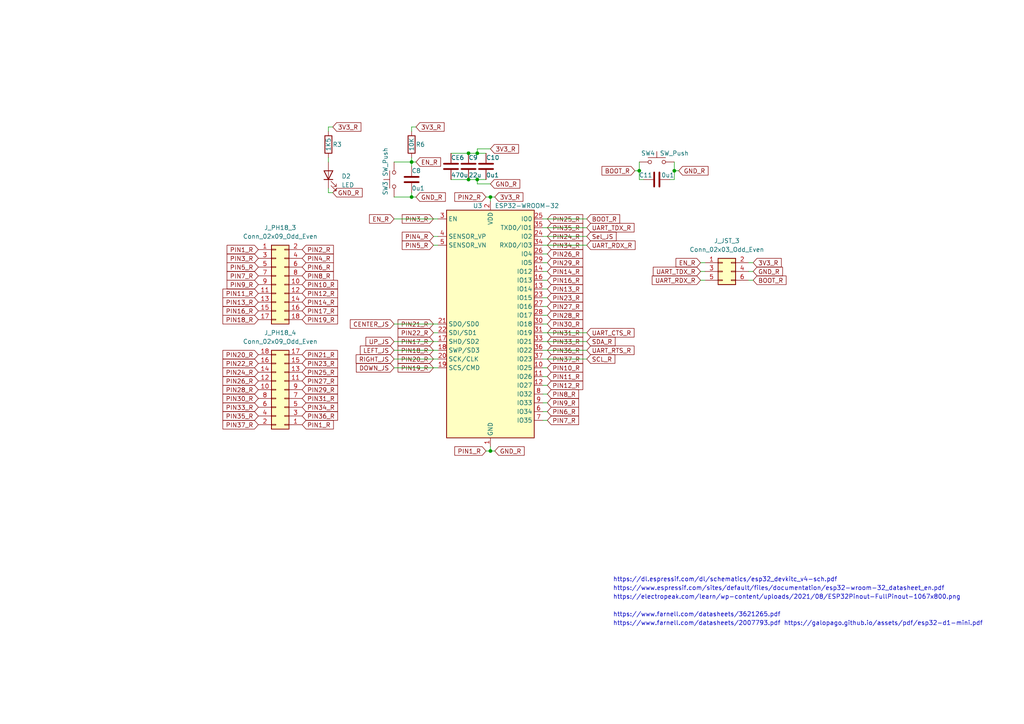
<source format=kicad_sch>
(kicad_sch (version 20211123) (generator eeschema)
  (paper "A4")
  (lib_symbols
    (symbol "Connector_Generic:Conn_02x03_Odd_Even" (pin_names (offset 1.016) hide)
      (property "Reference" "J" (at 1.27 5.08 0))
      (property "Value" "Conn_02x03_Odd_Even" (at 1.27 -5.08 0))
      (symbol "Conn_02x03_Odd_Even_1_1"
        (rectangle (start -1.27 -2.413) (end 0 -2.667) (stroke (width 0.1524)))
        (rectangle (start -1.27 0.127) (end 0 -0.127) (stroke (width 0.1524)))
        (rectangle (start -1.27 2.667) (end 0 2.413) (stroke (width 0.1524)))
        (rectangle (start -1.27 3.81) (end 3.81 -3.81) (stroke (width 0.254)) (fill (type background)))
        (rectangle (start 3.81 -2.413) (end 2.54 -2.667) (stroke (width 0.1524)))
        (rectangle (start 3.81 0.127) (end 2.54 -0.127) (stroke (width 0.1524)))
        (rectangle (start 3.81 2.667) (end 2.54 2.413) (stroke (width 0.1524)))
        (pin passive line (at -5.08 2.54 0) (length 3.81) (name "Pin_1") (number "1"))
        (pin passive line (at 7.62 2.54 180) (length 3.81) (name "Pin_2") (number "2"))
        (pin passive line (at -5.08 0 0) (length 3.81) (name "Pin_3") (number "3"))
        (pin passive line (at 7.62 0 180) (length 3.81) (name "Pin_4") (number "4"))
        (pin passive line (at -5.08 -2.54 0) (length 3.81) (name "Pin_5") (number "5"))
        (pin passive line (at 7.62 -2.54 180) (length 3.81) (name "Pin_6") (number "6"))
      )
    )
    (symbol "Connector_Generic:Conn_02x09_Odd_Even" (pin_names (offset 1.016) hide)
      (property "Reference" "J" (at 1.27 12.7 0))
      (property "Value" "Conn_02x09_Odd_Even" (at 1.27 -12.7 0))
      (symbol "Conn_02x09_Odd_Even_1_1"
        (rectangle (start -1.27 -10.033) (end 0 -10.287) (stroke (width 0.1524)))
        (rectangle (start -1.27 -7.493) (end 0 -7.747) (stroke (width 0.1524)))
        (rectangle (start -1.27 -4.953) (end 0 -5.207) (stroke (width 0.1524)))
        (rectangle (start -1.27 -2.413) (end 0 -2.667) (stroke (width 0.1524)))
        (rectangle (start -1.27 0.127) (end 0 -0.127) (stroke (width 0.1524)))
        (rectangle (start -1.27 2.667) (end 0 2.413) (stroke (width 0.1524)))
        (rectangle (start -1.27 5.207) (end 0 4.953) (stroke (width 0.1524)))
        (rectangle (start -1.27 7.747) (end 0 7.493) (stroke (width 0.1524)))
        (rectangle (start -1.27 10.287) (end 0 10.033) (stroke (width 0.1524)))
        (rectangle (start -1.27 11.43) (end 3.81 -11.43) (stroke (width 0.254)) (fill (type background)))
        (rectangle (start 3.81 -10.033) (end 2.54 -10.287) (stroke (width 0.1524)))
        (rectangle (start 3.81 -7.493) (end 2.54 -7.747) (stroke (width 0.1524)))
        (rectangle (start 3.81 -4.953) (end 2.54 -5.207) (stroke (width 0.1524)))
        (rectangle (start 3.81 -2.413) (end 2.54 -2.667) (stroke (width 0.1524)))
        (rectangle (start 3.81 0.127) (end 2.54 -0.127) (stroke (width 0.1524)))
        (rectangle (start 3.81 2.667) (end 2.54 2.413) (stroke (width 0.1524)))
        (rectangle (start 3.81 5.207) (end 2.54 4.953) (stroke (width 0.1524)))
        (rectangle (start 3.81 7.747) (end 2.54 7.493) (stroke (width 0.1524)))
        (rectangle (start 3.81 10.287) (end 2.54 10.033) (stroke (width 0.1524)))
        (pin passive line (at -5.08 10.16 0) (length 3.81) (name "Pin_1") (number "1"))
        (pin passive line (at 7.62 0 180) (length 3.81) (name "Pin_10") (number "10"))
        (pin passive line (at -5.08 -2.54 0) (length 3.81) (name "Pin_11") (number "11"))
        (pin passive line (at 7.62 -2.54 180) (length 3.81) (name "Pin_12") (number "12"))
        (pin passive line (at -5.08 -5.08 0) (length 3.81) (name "Pin_13") (number "13"))
        (pin passive line (at 7.62 -5.08 180) (length 3.81) (name "Pin_14") (number "14"))
        (pin passive line (at -5.08 -7.62 0) (length 3.81) (name "Pin_15") (number "15"))
        (pin passive line (at 7.62 -7.62 180) (length 3.81) (name "Pin_16") (number "16"))
        (pin passive line (at -5.08 -10.16 0) (length 3.81) (name "Pin_17") (number "17"))
        (pin passive line (at 7.62 -10.16 180) (length 3.81) (name "Pin_18") (number "18"))
        (pin passive line (at 7.62 10.16 180) (length 3.81) (name "Pin_2") (number "2"))
        (pin passive line (at -5.08 7.62 0) (length 3.81) (name "Pin_3") (number "3"))
        (pin passive line (at 7.62 7.62 180) (length 3.81) (name "Pin_4") (number "4"))
        (pin passive line (at -5.08 5.08 0) (length 3.81) (name "Pin_5") (number "5"))
        (pin passive line (at 7.62 5.08 180) (length 3.81) (name "Pin_6") (number "6"))
        (pin passive line (at -5.08 2.54 0) (length 3.81) (name "Pin_7") (number "7"))
        (pin passive line (at 7.62 2.54 180) (length 3.81) (name "Pin_8") (number "8"))
        (pin passive line (at -5.08 0 0) (length 3.81) (name "Pin_9") (number "9"))
      )
    )
    (symbol "Device:C" (pin_numbers hide) (pin_names (offset 0.254))
      (property "Reference" "C" (at 0.635 2.54 0))
      (property "Value" "C" (at 0.635 -2.54 0))
      (symbol "C_0_1"
        (polyline (pts (xy -2.032 -0.762) (xy 2.032 -0.762)) (stroke (width 0.508)))
        (polyline (pts (xy -2.032 0.762) (xy 2.032 0.762)) (stroke (width 0.508)))
      )
      (symbol "C_1_1"
        (pin passive line (at 0 3.81 270) (length 2.794) (name "~") (number "1"))
        (pin passive line (at 0 -3.81 90) (length 2.794) (name "~") (number "2"))
      )
    )
    (symbol "Device:LED" (pin_numbers hide) (pin_names (offset 1.016) hide)
      (property "Reference" "D" (at 0 2.54 0))
      (property "Value" "LED" (at 0 -2.54 0))
      (symbol "LED_0_1"
        (polyline (pts (xy -1.27 -1.27) (xy -1.27 1.27)) (stroke (width 0.254)))
        (polyline (pts (xy -1.27 0) (xy 1.27 0)))
        (polyline (pts (xy 1.27 -1.27) (xy 1.27 1.27) (xy -1.27 0) (xy 1.27 -1.27)) (stroke (width 0.254)))
        (polyline (pts (xy -3.048 -0.762) (xy -4.572 -2.286) (xy -3.81 -2.286) (xy -4.572 -2.286) (xy -4.572 -1.524)))
        (polyline (pts (xy -1.778 -0.762) (xy -3.302 -2.286) (xy -2.54 -2.286) (xy -3.302 -2.286) (xy -3.302 -1.524)))
      )
      (symbol "LED_1_1"
        (pin passive line (at -3.81 0 0) (length 2.54) (name "K") (number "1"))
        (pin passive line (at 3.81 0 180) (length 2.54) (name "A") (number "2"))
      )
    )
    (symbol "Device:R" (pin_numbers hide) (pin_names (offset 0))
      (property "Reference" "R" (at 2.032 0 90))
      (property "Value" "R" (at 0 0 90))
      (symbol "R_0_1"
        (rectangle (start -1.016 -2.54) (end 1.016 2.54) (stroke (width 0.254)))
      )
      (symbol "R_1_1"
        (pin passive line (at 0 3.81 270) (length 1.27) (name "~") (number "1"))
        (pin passive line (at 0 -3.81 90) (length 1.27) (name "~") (number "2"))
      )
    )
    (symbol "RF_Module:ESP32-WROOM-32"
      (property "Reference" "U" (at -12.7 34.29 0))
      (property "Value" "ESP32-WROOM-32" (at 1.27 34.29 0))
      (symbol "ESP32-WROOM-32_0_1"
        (rectangle (start -12.7 33.02) (end 12.7 -33.02) (stroke (width 0.254)) (fill (type background)))
      )
      (symbol "ESP32-WROOM-32_1_1"
        (pin power_in line (at 0 -35.56 90) (length 2.54) (name "GND") (number "1"))
        (pin bidirectional line (at 15.24 -12.7 180) (length 2.54) (name "IO25") (number "10"))
        (pin bidirectional line (at 15.24 -15.24 180) (length 2.54) (name "IO26") (number "11"))
        (pin bidirectional line (at 15.24 -17.78 180) (length 2.54) (name "IO27") (number "12"))
        (pin bidirectional line (at 15.24 10.16 180) (length 2.54) (name "IO14") (number "13"))
        (pin bidirectional line (at 15.24 15.24 180) (length 2.54) (name "IO12") (number "14"))
        (pin passive line (at 0 -35.56 90) (length 2.54) hide (name "GND") (number "15"))
        (pin bidirectional line (at 15.24 12.7 180) (length 2.54) (name "IO13") (number "16"))
        (pin bidirectional line (at -15.24 -5.08 0) (length 2.54) (name "SHD/SD2") (number "17"))
        (pin bidirectional line (at -15.24 -7.62 0) (length 2.54) (name "SWP/SD3") (number "18"))
        (pin bidirectional line (at -15.24 -12.7 0) (length 2.54) (name "SCS/CMD") (number "19"))
        (pin power_in line (at 0 35.56 270) (length 2.54) (name "VDD") (number "2"))
        (pin bidirectional line (at -15.24 -10.16 0) (length 2.54) (name "SCK/CLK") (number "20"))
        (pin bidirectional line (at -15.24 0 0) (length 2.54) (name "SDO/SD0") (number "21"))
        (pin bidirectional line (at -15.24 -2.54 0) (length 2.54) (name "SDI/SD1") (number "22"))
        (pin bidirectional line (at 15.24 7.62 180) (length 2.54) (name "IO15") (number "23"))
        (pin bidirectional line (at 15.24 25.4 180) (length 2.54) (name "IO2") (number "24"))
        (pin bidirectional line (at 15.24 30.48 180) (length 2.54) (name "IO0") (number "25"))
        (pin bidirectional line (at 15.24 20.32 180) (length 2.54) (name "IO4") (number "26"))
        (pin bidirectional line (at 15.24 5.08 180) (length 2.54) (name "IO16") (number "27"))
        (pin bidirectional line (at 15.24 2.54 180) (length 2.54) (name "IO17") (number "28"))
        (pin bidirectional line (at 15.24 17.78 180) (length 2.54) (name "IO5") (number "29"))
        (pin input line (at -15.24 30.48 0) (length 2.54) (name "EN") (number "3"))
        (pin bidirectional line (at 15.24 0 180) (length 2.54) (name "IO18") (number "30"))
        (pin bidirectional line (at 15.24 -2.54 180) (length 2.54) (name "IO19") (number "31"))
        (pin no_connect line (at -12.7 -27.94 0) (length 2.54) hide (name "NC") (number "32"))
        (pin bidirectional line (at 15.24 -5.08 180) (length 2.54) (name "IO21") (number "33"))
        (pin bidirectional line (at 15.24 22.86 180) (length 2.54) (name "RXD0/IO3") (number "34"))
        (pin bidirectional line (at 15.24 27.94 180) (length 2.54) (name "TXD0/IO1") (number "35"))
        (pin bidirectional line (at 15.24 -7.62 180) (length 2.54) (name "IO22") (number "36"))
        (pin bidirectional line (at 15.24 -10.16 180) (length 2.54) (name "IO23") (number "37"))
        (pin passive line (at 0 -35.56 90) (length 2.54) hide (name "GND") (number "38"))
        (pin passive line (at 0 -35.56 90) (length 2.54) hide (name "GND") (number "39"))
        (pin input line (at -15.24 25.4 0) (length 2.54) (name "SENSOR_VP") (number "4"))
        (pin input line (at -15.24 22.86 0) (length 2.54) (name "SENSOR_VN") (number "5"))
        (pin input line (at 15.24 -25.4 180) (length 2.54) (name "IO34") (number "6"))
        (pin input line (at 15.24 -27.94 180) (length 2.54) (name "IO35") (number "7"))
        (pin bidirectional line (at 15.24 -20.32 180) (length 2.54) (name "IO32") (number "8"))
        (pin bidirectional line (at 15.24 -22.86 180) (length 2.54) (name "IO33") (number "9"))
      )
    )
    (symbol "Switch:SW_Push" (pin_numbers hide) (pin_names (offset 1.016) hide)
      (property "Reference" "SW" (at 1.27 2.54 0))
      (property "Value" "SW_Push" (at 0 -1.524 0))
      (symbol "SW_Push_0_1"
        (circle (center -2.032 0) (radius 0.508))
        (polyline (pts (xy 0 1.27) (xy 0 3.048)))
        (polyline (pts (xy 2.54 1.27) (xy -2.54 1.27)))
        (circle (center 2.032 0) (radius 0.508))
        (pin passive line (at -5.08 0 0) (length 2.54) (name "1") (number "1"))
        (pin passive line (at 5.08 0 180) (length 2.54) (name "2") (number "2"))
      )
    )
  )
  (junction (at 119.38 46.99))
  (junction (at 195.58 49.53))
  (junction (at 138.43 52.07))
  (junction (at 119.38 57.15))
  (junction (at 135.89 44.45))
  (junction (at 142.24 57.15))
  (junction (at 185.42 49.53))
  (junction (at 138.43 44.45))
  (junction (at 142.24 130.81))
  (junction (at 135.89 52.07))
  (wire (pts (xy 157.48 121.92) (xy 158.75 121.92)))
  (wire (pts (xy 157.48 96.52) (xy 170.18 96.52)))
  (wire (pts (xy 138.43 44.45) (xy 140.97 44.45)))
  (wire (pts (xy 114.3 57.15) (xy 119.38 57.15)))
  (wire (pts (xy 185.42 49.53) (xy 185.42 52.07)))
  (wire (pts (xy 114.3 106.68) (xy 127 106.68)))
  (wire (pts (xy 157.48 68.58) (xy 170.18 68.58)))
  (wire (pts (xy 194.31 52.07) (xy 195.58 52.07)))
  (wire (pts (xy 140.97 130.81) (xy 142.24 130.81)))
  (wire (pts (xy 203.2 76.2) (xy 204.47 76.2)))
  (wire (pts (xy 157.48 66.04) (xy 170.18 66.04)))
  (wire (pts (xy 125.73 96.52) (xy 127 96.52)))
  (wire (pts (xy 157.48 81.28) (xy 158.75 81.28)))
  (wire (pts (xy 157.48 104.14) (xy 170.18 104.14)))
  (wire (pts (xy 157.48 101.6) (xy 170.18 101.6)))
  (wire (pts (xy 157.48 88.9) (xy 158.75 88.9)))
  (wire (pts (xy 142.24 53.34) (xy 138.43 53.34)))
  (wire (pts (xy 195.58 49.53) (xy 196.85 49.53)))
  (wire (pts (xy 142.24 130.81) (xy 143.51 130.81)))
  (wire (pts (xy 184.15 49.53) (xy 185.42 49.53)))
  (wire (pts (xy 119.38 57.15) (xy 120.65 57.15)))
  (wire (pts (xy 157.48 83.82) (xy 158.75 83.82)))
  (wire (pts (xy 96.52 36.83) (xy 95.25 36.83)))
  (wire (pts (xy 114.3 46.99) (xy 119.38 46.99)))
  (wire (pts (xy 195.58 49.53) (xy 195.58 52.07)))
  (wire (pts (xy 125.73 68.58) (xy 127 68.58)))
  (wire (pts (xy 119.38 45.72) (xy 119.38 46.99)))
  (wire (pts (xy 203.2 78.74) (xy 204.47 78.74)))
  (wire (pts (xy 142.24 130.81) (xy 142.24 129.54)))
  (wire (pts (xy 142.24 43.18) (xy 138.43 43.18)))
  (wire (pts (xy 135.89 44.45) (xy 138.43 44.45)))
  (wire (pts (xy 138.43 52.07) (xy 138.43 53.34)))
  (wire (pts (xy 138.43 52.07) (xy 140.97 52.07)))
  (wire (pts (xy 157.48 76.2) (xy 158.75 76.2)))
  (wire (pts (xy 157.48 114.3) (xy 158.75 114.3)))
  (wire (pts (xy 119.38 36.83) (xy 120.65 36.83)))
  (wire (pts (xy 95.25 36.83) (xy 95.25 38.1)))
  (wire (pts (xy 157.48 116.84) (xy 158.75 116.84)))
  (wire (pts (xy 157.48 93.98) (xy 158.75 93.98)))
  (wire (pts (xy 157.48 109.22) (xy 158.75 109.22)))
  (wire (pts (xy 114.3 63.5) (xy 127 63.5)))
  (wire (pts (xy 157.48 78.74) (xy 158.75 78.74)))
  (wire (pts (xy 135.89 52.07) (xy 138.43 52.07)))
  (wire (pts (xy 186.69 52.07) (xy 185.42 52.07)))
  (wire (pts (xy 119.38 55.88) (xy 119.38 57.15)))
  (wire (pts (xy 157.48 111.76) (xy 158.75 111.76)))
  (wire (pts (xy 95.25 45.72) (xy 95.25 46.99)))
  (wire (pts (xy 125.73 71.12) (xy 127 71.12)))
  (wire (pts (xy 157.48 71.12) (xy 170.18 71.12)))
  (wire (pts (xy 130.81 52.07) (xy 135.89 52.07)))
  (wire (pts (xy 95.25 54.61) (xy 95.25 55.88)))
  (wire (pts (xy 138.43 43.18) (xy 138.43 44.45)))
  (wire (pts (xy 195.58 46.99) (xy 195.58 49.53)))
  (wire (pts (xy 157.48 106.68) (xy 158.75 106.68)))
  (wire (pts (xy 217.17 78.74) (xy 218.44 78.74)))
  (wire (pts (xy 140.97 57.15) (xy 142.24 57.15)))
  (wire (pts (xy 114.3 93.98) (xy 127 93.98)))
  (wire (pts (xy 157.48 63.5) (xy 170.18 63.5)))
  (wire (pts (xy 114.3 104.14) (xy 127 104.14)))
  (wire (pts (xy 217.17 76.2) (xy 218.44 76.2)))
  (wire (pts (xy 119.38 46.99) (xy 119.38 48.26)))
  (wire (pts (xy 119.38 46.99) (xy 120.65 46.99)))
  (wire (pts (xy 157.48 91.44) (xy 158.75 91.44)))
  (wire (pts (xy 157.48 86.36) (xy 158.75 86.36)))
  (wire (pts (xy 217.17 81.28) (xy 218.44 81.28)))
  (wire (pts (xy 142.24 57.15) (xy 142.24 58.42)))
  (wire (pts (xy 130.81 44.45) (xy 135.89 44.45)))
  (wire (pts (xy 114.3 101.6) (xy 127 101.6)))
  (wire (pts (xy 157.48 73.66) (xy 158.75 73.66)))
  (wire (pts (xy 114.3 99.06) (xy 127 99.06)))
  (wire (pts (xy 157.48 119.38) (xy 158.75 119.38)))
  (wire (pts (xy 142.24 57.15) (xy 143.51 57.15)))
  (wire (pts (xy 95.25 55.88) (xy 96.52 55.88)))
  (wire (pts (xy 157.48 99.06) (xy 170.18 99.06)))
  (wire (pts (xy 119.38 38.1) (xy 119.38 36.83)))
  (wire (pts (xy 185.42 46.99) (xy 185.42 49.53)))
  (wire (pts (xy 203.2 81.28) (xy 204.47 81.28)))
  (text "https://electropeak.com/learn/wp-content/uploads/2021/08/ESP32Pinout-FullPinout-1067x800.png" (at 177.8 173.99 0) (effects (font (size 1.27 1.27)) (justify left bottom)))
  (text "https://www.espressif.com/sites/default/files/documentation/esp32-wroom-32_datasheet_en.pdf" (at 177.8 171.45 0) (effects (font (size 1.27 1.27)) (justify left bottom)))
  (text "https://www.farnell.com/datasheets/2007793.pdf" (at 177.8 181.61 0) (effects (font (size 1.27 1.27)) (justify left bottom)))
  (text "https://dl.espressif.com/dl/schematics/esp32_devkitc_v4-sch.pdf" (at 177.8 168.91 0) (effects (font (size 1.27 1.27)) (justify left bottom)))
  (text "https://www.farnell.com/datasheets/3621265.pdf" (at 177.8 179.07 0) (effects (font (size 1.27 1.27)) (justify left bottom)))
  (text "https://galopago.github.io/assets/pdf/esp32-d1-mini.pdf" (at 227.33 181.61 0) (effects (font (size 1.27 1.27)) (justify left bottom)))
  (global_label "PIN1_R" (shape input) (at 87.63 123.19 0) (property "Intersheet References" "${INTERSHEET_REFS}" (effects hide)))
  (global_label "PIN13_R" (shape input) (at 74.93 87.63 180) (property "Intersheet References" "${INTERSHEET_REFS}" (effects hide)))
  (global_label "PIN21_R" (shape input) (at 87.63 102.87 0) (property "Intersheet References" "${INTERSHEET_REFS}" (effects hide)))
  (global_label "PIN36_R" (shape input) (at 158.75 101.6 0) (property "Intersheet References" "${INTERSHEET_REFS}" (effects hide)))
  (global_label "PIN26_R" (shape input) (at 74.93 110.49 180) (property "Intersheet References" "${INTERSHEET_REFS}" (effects hide)))
  (global_label "PIN17_R" (shape input) (at 87.63 90.17 0) (property "Intersheet References" "${INTERSHEET_REFS}" (effects hide)))
  (global_label "GND_R" (shape input) (at 218.44 78.74 0) (property "Intersheet References" "${INTERSHEET_REFS}" (effects hide)))
  (global_label "PIN25_R" (shape input) (at 158.75 63.5 0) (property "Intersheet References" "${INTERSHEET_REFS}" (effects hide)))
  (global_label "PIN2_R" (shape input) (at 140.97 57.15 180) (property "Intersheet References" "${INTERSHEET_REFS}" (effects hide)))
  (global_label "PIN4_R" (shape input) (at 87.63 74.93 0) (property "Intersheet References" "${INTERSHEET_REFS}" (effects hide)))
  (global_label "PIN10_R" (shape input) (at 158.75 106.68 0) (property "Intersheet References" "${INTERSHEET_REFS}" (effects hide)))
  (global_label "PIN26_R" (shape input) (at 158.75 73.66 0) (property "Intersheet References" "${INTERSHEET_REFS}" (effects hide)))
  (global_label "PIN9_R" (shape input) (at 158.75 116.84 0) (property "Intersheet References" "${INTERSHEET_REFS}" (effects hide)))
  (global_label "PIN9_R" (shape input) (at 74.93 82.55 180) (property "Intersheet References" "${INTERSHEET_REFS}" (effects hide)))
  (global_label "GND_R" (shape input) (at 96.52 55.88 0) (property "Intersheet References" "${INTERSHEET_REFS}" (effects hide)))
  (global_label "PIN13_R" (shape input) (at 158.75 83.82 0) (property "Intersheet References" "${INTERSHEET_REFS}" (effects hide)))
  (global_label "UP_JS" (shape input) (at 114.3 99.06 180) (property "Intersheet References" "${INTERSHEET_REFS}" (effects hide)))
  (global_label "SCL_R" (shape input) (at 170.18 104.14 0) (property "Intersheet References" "${INTERSHEET_REFS}" (effects hide)))
  (global_label "BOOT_R" (shape input) (at 218.44 81.28 0) (property "Intersheet References" "${INTERSHEET_REFS}" (effects hide)))
  (global_label "PIN33_R" (shape input) (at 158.75 99.06 0) (property "Intersheet References" "${INTERSHEET_REFS}" (effects hide)))
  (global_label "UART_TDX_R" (shape input) (at 203.2 78.74 180) (property "Intersheet References" "${INTERSHEET_REFS}" (effects hide)))
  (global_label "PIN16_R" (shape input) (at 158.75 81.28 0) (property "Intersheet References" "${INTERSHEET_REFS}" (effects hide)))
  (global_label "PIN19_R" (shape input) (at 87.63 92.71 0) (property "Intersheet References" "${INTERSHEET_REFS}" (effects hide)))
  (global_label "PIN7_R" (shape input) (at 158.75 121.92 0) (property "Intersheet References" "${INTERSHEET_REFS}" (effects hide)))
  (global_label "3V3_R" (shape input) (at 96.52 36.83 0) (property "Intersheet References" "${INTERSHEET_REFS}" (effects hide)))
  (global_label "BOOT_R" (shape input) (at 170.18 63.5 0) (property "Intersheet References" "${INTERSHEET_REFS}" (effects hide)))
  (global_label "LEFT_JS" (shape input) (at 114.3 101.6 180) (property "Intersheet References" "${INTERSHEET_REFS}" (effects hide)))
  (global_label "EN_R" (shape input) (at 120.65 46.99 0) (property "Intersheet References" "${INTERSHEET_REFS}" (effects hide)))
  (global_label "UART_RDX_R" (shape input) (at 203.2 81.28 180) (property "Intersheet References" "${INTERSHEET_REFS}" (effects hide)))
  (global_label "PIN34_R" (shape input) (at 158.75 71.12 0) (property "Intersheet References" "${INTERSHEET_REFS}" (effects hide)))
  (global_label "UART_CTS_R" (shape input) (at 170.18 96.52 0) (property "Intersheet References" "${INTERSHEET_REFS}" (effects hide)))
  (global_label "PIN37_R" (shape input) (at 74.93 123.19 180) (property "Intersheet References" "${INTERSHEET_REFS}" (effects hide)))
  (global_label "PIN36_R" (shape input) (at 87.63 120.65 0) (property "Intersheet References" "${INTERSHEET_REFS}" (effects hide)))
  (global_label "GND_R" (shape input) (at 196.85 49.53 0) (property "Intersheet References" "${INTERSHEET_REFS}" (effects hide)))
  (global_label "PIN1_R" (shape input) (at 140.97 130.81 180) (property "Intersheet References" "${INTERSHEET_REFS}" (effects hide)))
  (global_label "PIN3_R" (shape input) (at 74.93 74.93 180) (property "Intersheet References" "${INTERSHEET_REFS}" (effects hide)))
  (global_label "PIN37_R" (shape input) (at 158.75 104.14 0) (property "Intersheet References" "${INTERSHEET_REFS}" (effects hide)))
  (global_label "PIN17_R" (shape input) (at 125.73 99.06 180) (property "Intersheet References" "${INTERSHEET_REFS}" (effects hide)))
  (global_label "PIN14_R" (shape input) (at 158.75 78.74 0) (property "Intersheet References" "${INTERSHEET_REFS}" (effects hide)))
  (global_label "PIN11_R" (shape input) (at 74.93 85.09 180) (property "Intersheet References" "${INTERSHEET_REFS}" (effects hide)))
  (global_label "PIN16_R" (shape input) (at 74.93 90.17 180) (property "Intersheet References" "${INTERSHEET_REFS}" (effects hide)))
  (global_label "PIN5_R" (shape input) (at 125.73 71.12 180) (property "Intersheet References" "${INTERSHEET_REFS}" (effects hide)))
  (global_label "PIN22_R" (shape input) (at 74.93 105.41 180) (property "Intersheet References" "${INTERSHEET_REFS}" (effects hide)))
  (global_label "PIN27_R" (shape input) (at 87.63 110.49 0) (property "Intersheet References" "${INTERSHEET_REFS}" (effects hide)))
  (global_label "UART_RTS_R" (shape input) (at 170.18 101.6 0) (property "Intersheet References" "${INTERSHEET_REFS}" (effects hide)))
  (global_label "PIN28_R" (shape input) (at 158.75 91.44 0) (property "Intersheet References" "${INTERSHEET_REFS}" (effects hide)))
  (global_label "PIN20_R" (shape input) (at 74.93 102.87 180) (property "Intersheet References" "${INTERSHEET_REFS}" (effects hide)))
  (global_label "PIN11_R" (shape input) (at 158.75 109.22 0) (property "Intersheet References" "${INTERSHEET_REFS}" (effects hide)))
  (global_label "PIN27_R" (shape input) (at 158.75 88.9 0) (property "Intersheet References" "${INTERSHEET_REFS}" (effects hide)))
  (global_label "PIN20_R" (shape input) (at 125.73 104.14 180) (property "Intersheet References" "${INTERSHEET_REFS}" (effects hide)))
  (global_label "PIN7_R" (shape input) (at 74.93 80.01 180) (property "Intersheet References" "${INTERSHEET_REFS}" (effects hide)))
  (global_label "PIN6_R" (shape input) (at 87.63 77.47 0) (property "Intersheet References" "${INTERSHEET_REFS}" (effects hide)))
  (global_label "PIN4_R" (shape input) (at 125.73 68.58 180) (property "Intersheet References" "${INTERSHEET_REFS}" (effects hide)))
  (global_label "PIN5_R" (shape input) (at 74.93 77.47 180) (property "Intersheet References" "${INTERSHEET_REFS}" (effects hide)))
  (global_label "PIN6_R" (shape input) (at 158.75 119.38 0) (property "Intersheet References" "${INTERSHEET_REFS}" (effects hide)))
  (global_label "PIN28_R" (shape input) (at 74.93 113.03 180) (property "Intersheet References" "${INTERSHEET_REFS}" (effects hide)))
  (global_label "PIN22_R" (shape input) (at 125.73 96.52 180) (property "Intersheet References" "${INTERSHEET_REFS}" (effects hide)))
  (global_label "PIN18_R" (shape input) (at 74.93 92.71 180) (property "Intersheet References" "${INTERSHEET_REFS}" (effects hide)))
  (global_label "PIN24_R" (shape input) (at 74.93 107.95 180) (property "Intersheet References" "${INTERSHEET_REFS}" (effects hide)))
  (global_label "PIN31_R" (shape input) (at 158.75 96.52 0) (property "Intersheet References" "${INTERSHEET_REFS}" (effects hide)))
  (global_label "PIN23_R" (shape input) (at 87.63 105.41 0) (property "Intersheet References" "${INTERSHEET_REFS}" (effects hide)))
  (global_label "PIN14_R" (shape input) (at 87.63 87.63 0) (property "Intersheet References" "${INTERSHEET_REFS}" (effects hide)))
  (global_label "CENTER_JS" (shape input) (at 114.3 93.98 180) (property "Intersheet References" "${INTERSHEET_REFS}" (effects hide)))
  (global_label "RIGHT_JS" (shape input) (at 114.3 104.14 180) (property "Intersheet References" "${INTERSHEET_REFS}" (effects hide)))
  (global_label "PIN35_R" (shape input) (at 158.75 66.04 0) (property "Intersheet References" "${INTERSHEET_REFS}" (effects hide)))
  (global_label "PIN30_R" (shape input) (at 74.93 115.57 180) (property "Intersheet References" "${INTERSHEET_REFS}" (effects hide)))
  (global_label "PIN34_R" (shape input) (at 87.63 118.11 0) (property "Intersheet References" "${INTERSHEET_REFS}" (effects hide)))
  (global_label "PIN25_R" (shape input) (at 87.63 107.95 0) (property "Intersheet References" "${INTERSHEET_REFS}" (effects hide)))
  (global_label "EN_R" (shape input) (at 203.2 76.2 180) (property "Intersheet References" "${INTERSHEET_REFS}" (effects hide)))
  (global_label "3V3_R" (shape input) (at 142.24 43.18 0) (property "Intersheet References" "${INTERSHEET_REFS}" (effects hide)))
  (global_label "3V3_R" (shape input) (at 120.65 36.83 0) (property "Intersheet References" "${INTERSHEET_REFS}" (effects hide)))
  (global_label "PIN12_R" (shape input) (at 158.75 111.76 0) (property "Intersheet References" "${INTERSHEET_REFS}" (effects hide)))
  (global_label "GND_R" (shape input) (at 120.65 57.15 0) (property "Intersheet References" "${INTERSHEET_REFS}" (effects hide)))
  (global_label "Sel_JS" (shape input) (at 170.18 68.58 0) (property "Intersheet References" "${INTERSHEET_REFS}" (effects hide)))
  (global_label "PIN24_R" (shape input) (at 158.75 68.58 0) (property "Intersheet References" "${INTERSHEET_REFS}" (effects hide)))
  (global_label "PIN23_R" (shape input) (at 158.75 86.36 0) (property "Intersheet References" "${INTERSHEET_REFS}" (effects hide)))
  (global_label "UART_TDX_R" (shape input) (at 170.18 66.04 0) (property "Intersheet References" "${INTERSHEET_REFS}" (effects hide)))
  (global_label "UART_RDX_R" (shape input) (at 170.18 71.12 0) (property "Intersheet References" "${INTERSHEET_REFS}" (effects hide)))
  (global_label "PIN12_R" (shape input) (at 87.63 85.09 0) (property "Intersheet References" "${INTERSHEET_REFS}" (effects hide)))
  (global_label "PIN33_R" (shape input) (at 74.93 118.11 180) (property "Intersheet References" "${INTERSHEET_REFS}" (effects hide)))
  (global_label "3V3_R" (shape input) (at 218.44 76.2 0) (property "Intersheet References" "${INTERSHEET_REFS}" (effects hide)))
  (global_label "GND_R" (shape input) (at 143.51 130.81 0) (property "Intersheet References" "${INTERSHEET_REFS}" (effects hide)))
  (global_label "PIN1_R" (shape input) (at 74.93 72.39 180) (property "Intersheet References" "${INTERSHEET_REFS}" (effects hide)))
  (global_label "PIN35_R" (shape input) (at 74.93 120.65 180) (property "Intersheet References" "${INTERSHEET_REFS}" (effects hide)))
  (global_label "GND_R" (shape input) (at 142.24 53.34 0) (property "Intersheet References" "${INTERSHEET_REFS}" (effects hide)))
  (global_label "PIN29_R" (shape input) (at 158.75 76.2 0) (property "Intersheet References" "${INTERSHEET_REFS}" (effects hide)))
  (global_label "BOOT_R" (shape input) (at 184.15 49.53 180) (property "Intersheet References" "${INTERSHEET_REFS}" (effects hide)))
  (global_label "PIN18_R" (shape input) (at 125.73 101.6 180) (property "Intersheet References" "${INTERSHEET_REFS}" (effects hide)))
  (global_label "EN_R" (shape input) (at 114.3 63.5 180) (property "Intersheet References" "${INTERSHEET_REFS}" (effects hide)))
  (global_label "3V3_R" (shape input) (at 143.51 57.15 0) (property "Intersheet References" "${INTERSHEET_REFS}" (effects hide)))
  (global_label "DOWN_JS" (shape input) (at 114.3 106.68 180) (property "Intersheet References" "${INTERSHEET_REFS}" (effects hide)))
  (global_label "PIN8_R" (shape input) (at 87.63 80.01 0) (property "Intersheet References" "${INTERSHEET_REFS}" (effects hide)))
  (global_label "PIN19_R" (shape input) (at 125.73 106.68 180) (property "Intersheet References" "${INTERSHEET_REFS}" (effects hide)))
  (global_label "PIN29_R" (shape input) (at 87.63 113.03 0) (property "Intersheet References" "${INTERSHEET_REFS}" (effects hide)))
  (global_label "SDA_R" (shape input) (at 170.18 99.06 0) (property "Intersheet References" "${INTERSHEET_REFS}" (effects hide)))
  (global_label "PIN30_R" (shape input) (at 158.75 93.98 0) (property "Intersheet References" "${INTERSHEET_REFS}" (effects hide)))
  (global_label "PIN3_R" (shape input) (at 125.73 63.5 180) (property "Intersheet References" "${INTERSHEET_REFS}" (effects hide)))
  (global_label "PIN10_R" (shape input) (at 87.63 82.55 0) (property "Intersheet References" "${INTERSHEET_REFS}" (effects hide)))
  (global_label "PIN21_R" (shape input) (at 125.73 93.98 180) (property "Intersheet References" "${INTERSHEET_REFS}" (effects hide)))
  (global_label "PIN2_R" (shape input) (at 87.63 72.39 0) (property "Intersheet References" "${INTERSHEET_REFS}" (effects hide)))
  (global_label "PIN8_R" (shape input) (at 158.75 114.3 0) (property "Intersheet References" "${INTERSHEET_REFS}" (effects hide)))
  (global_label "PIN31_R" (shape input) (at 87.63 115.57 0) (property "Intersheet References" "${INTERSHEET_REFS}" (effects hide)))
  (symbol (lib_id "Connector_Generic:Conn_02x09_Odd_Even") (at 80.01 82.55 0) (unit 1)
    (property "Reference" "J_PH18_3" (at 81.28 66.04 0))
    (property "Value" "Conn_02x09_Odd_Even" (at 81.28 68.58 0))
    (property "Footprint" "Connector_PinHeader_2.54mm:PinHeader_2x09_P2.54mm_Vertical" (effects hide))
  )
  (symbol (lib_id "Connector_Generic:Conn_02x03_Odd_Even") (at 209.55 78.74 0) (unit 1)
    (property "Reference" "J_JST_3" (at 210.82 69.85 0))
    (property "Value" "Conn_02x03_Odd_Even" (at 210.82 72.39 0))
    (property "Footprint" "6120XX21621_61200621621:61200621621" (effects hide))
  )
  (symbol (lib_id "Connector_Generic:Conn_02x09_Odd_Even") (at 82.55 113.03 180) (unit 1)
    (property "Reference" "J_PH18_4" (at 81.28 96.52 0))
    (property "Value" "Conn_02x09_Odd_Even" (at 81.28 99.06 0))
    (property "Footprint" "Connector_PinHeader_2.54mm:PinHeader_2x09_P2.54mm_Vertical" (effects hide))
  )
  (symbol (lib_id "Device:LED") (at 95.25 50.8 90) (unit 1)
    (property "Reference" "D2" (at 99.06 51.1174 90) (effects (justify right)))
    (property "Value" "LED" (at 99.06 53.6574 90) (effects (justify right)))
    (property "Footprint" "LED_SMD:LED_0805_2012Metric" (effects hide))
  )
  (symbol (lib_id "Device:C") (at 190.5 52.07 90) (unit 1)
    (property "Reference" "C11" (at 189.23 50.8 90) (effects (justify left)))
    (property "Value" "0u1" (at 195.58 50.8 90) (effects (justify left)))
    (property "Footprint" "Capacitor_SMD:C_0805_2012Metric" (effects hide))
  )
  (symbol (lib_id "Device:C") (at 140.97 48.26 0) (unit 1)
    (property "Reference" "C10" (at 140.97 45.72 0) (effects (justify left)))
    (property "Value" "0u1" (at 140.97 50.8 0) (effects (justify left)))
    (property "Footprint" "Capacitor_SMD:C_0805_2012Metric" (effects hide))
  )
  (symbol (lib_id "Device:C") (at 135.89 48.26 0) (unit 1)
    (property "Reference" "C9" (at 135.89 45.72 0) (effects (justify left)))
    (property "Value" "22u" (at 135.89 50.8 0) (effects (justify left)))
    (property "Footprint" "Capacitor_SMD:C_0805_2012Metric" (effects hide))
  )
  (symbol (lib_id "Device:C") (at 130.81 48.26 0) (unit 1)
    (property "Reference" "CE6" (at 130.81 45.72 0) (effects (justify left)))
    (property "Value" "470u" (at 130.81 50.8 0) (effects (justify left)))
    (property "Footprint" "Capacitor_THT:CP_Radial_D8.0mm_P3.80mm" (effects hide))
  )
  (symbol (lib_id "Device:R") (at 119.38 41.91 0) (unit 1)
    (property "Reference" "R6" (at 121.92 41.91 0))
    (property "Value" "10K" (at 119.38 41.91 90))
    (property "Footprint" "Resistor_SMD:R_0805_2012Metric" (effects hide))
  )
  (symbol (lib_id "RF_Module:ESP32-WROOM-32") (at 142.24 93.98 0) (unit 1)
    (property "Reference" "U3" (at 137.16 59.69 0) (effects (justify left)))
    (property "Value" "ESP32-WROOM-32" (at 143.51 59.69 0) (effects (justify left)))
    (property "Footprint" "RF_Module:ESP32-WROOM-32" (effects hide))
    (property "Datasheet" "https://www.espressif.com/sites/default/files/documentation/esp32-wroom-32_datasheet_en.pdf" (effects hide))
  )
  (symbol (lib_id "Switch:SW_Push") (at 114.3 52.07 90) (unit 1)
    (property "Reference" "SW3" (at 111.76 54.61 0))
    (property "Value" "SW_Push" (at 111.76 46.99 0))
    (property "Footprint" "Button_Switch_SMD:SW_SPST_Omron_B3FS-100xP" (effects hide))
  )
  (symbol (lib_id "Device:R") (at 95.25 41.91 0) (unit 1)
    (property "Reference" "R3" (at 97.79 41.91 0))
    (property "Value" "1K5" (at 95.25 41.91 90))
    (property "Footprint" "Resistor_SMD:R_0805_2012Metric" (effects hide))
  )
  (symbol (lib_id "Device:C") (at 119.38 52.07 0) (unit 1)
    (property "Reference" "C8" (at 119.38 49.53 0) (effects (justify left)))
    (property "Value" "0u1" (at 119.38 54.61 0) (effects (justify left)))
    (property "Footprint" "Capacitor_SMD:C_0805_2012Metric" (effects hide))
  )
  (symbol (lib_id "Switch:SW_Push") (at 190.5 46.99 0) (unit 1)
    (property "Reference" "SW4" (at 187.96 44.45 0))
    (property "Value" "SW_Push" (at 195.58 44.45 0))
    (property "Footprint" "Button_Switch_SMD:SW_SPST_Omron_B3FS-100xP" (effects hide))
  )
)
</source>
